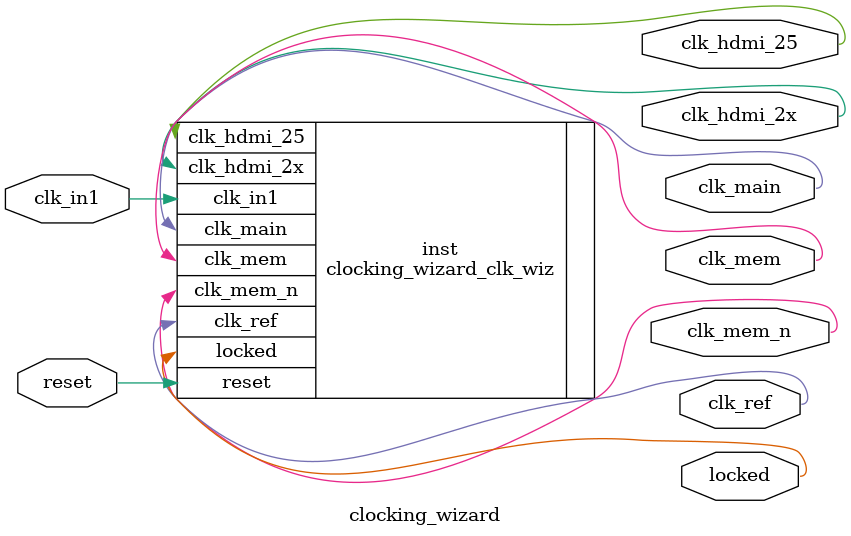
<source format=v>


`timescale 1ps/1ps

(* CORE_GENERATION_INFO = "clocking_wizard,clk_wiz_v6_0_3_0_0,{component_name=clocking_wizard,use_phase_alignment=true,use_min_o_jitter=false,use_max_i_jitter=false,use_dyn_phase_shift=false,use_inclk_switchover=false,use_dyn_reconfig=false,enable_axi=0,feedback_source=FDBK_AUTO,PRIMITIVE=PLL,num_out_clk=6,clkin1_period=10.000,clkin2_period=10.000,use_power_down=false,use_reset=true,use_locked=true,use_inclk_stopped=false,feedback_type=SINGLE,CLOCK_MGR_TYPE=NA,manual_override=false}" *)

module clocking_wizard 
 (
  // Clock out ports
  output        clk_main,
  output        clk_mem,
  output        clk_hdmi_25,
  output        clk_hdmi_2x,
  output        clk_mem_n,
  output        clk_ref,
  // Status and control signals
  input         reset,
  output        locked,
 // Clock in ports
  input         clk_in1
 );

  clocking_wizard_clk_wiz inst
  (
  // Clock out ports  
  .clk_main(clk_main),
  .clk_mem(clk_mem),
  .clk_hdmi_25(clk_hdmi_25),
  .clk_hdmi_2x(clk_hdmi_2x),
  .clk_mem_n(clk_mem_n),
  .clk_ref(clk_ref),
  // Status and control signals               
  .reset(reset), 
  .locked(locked),
 // Clock in ports
  .clk_in1(clk_in1)
  );

endmodule

</source>
